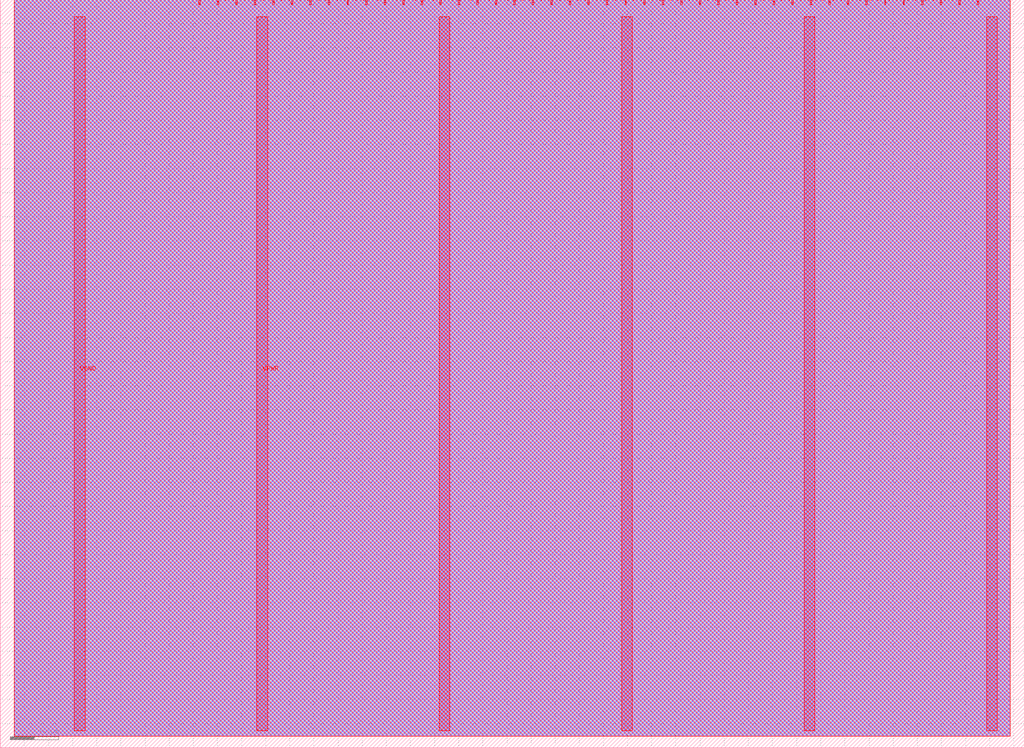
<source format=lef>
VERSION 5.8 ;
BUSBITCHARS "[]" ;
DIVIDERCHAR "/" ;
UNITS
    DATABASE MICRONS 1000 ;
END UNITS

VIA tt_um_calonso88_74181_via1_2_2200_440_1_5_410_410
  VIARULE via1Array ;
  CUTSIZE 0.19 0.19 ;
  LAYERS Metal1 Via1 Metal2 ;
  CUTSPACING 0.22 0.22 ;
  ENCLOSURE 0.01 0.125 0.05 0.005 ;
  ROWCOL 1 5 ;
END tt_um_calonso88_74181_via1_2_2200_440_1_5_410_410

VIA tt_um_calonso88_74181_via2_3_2200_440_1_5_410_410
  VIARULE via2Array ;
  CUTSIZE 0.19 0.19 ;
  LAYERS Metal2 Via2 Metal3 ;
  CUTSPACING 0.22 0.22 ;
  ENCLOSURE 0.05 0.005 0.005 0.05 ;
  ROWCOL 1 5 ;
END tt_um_calonso88_74181_via2_3_2200_440_1_5_410_410

VIA tt_um_calonso88_74181_via3_4_2200_440_1_5_410_410
  VIARULE via3Array ;
  CUTSIZE 0.19 0.19 ;
  LAYERS Metal3 Via3 Metal4 ;
  CUTSPACING 0.22 0.22 ;
  ENCLOSURE 0.005 0.05 0.05 0.005 ;
  ROWCOL 1 5 ;
END tt_um_calonso88_74181_via3_4_2200_440_1_5_410_410

VIA tt_um_calonso88_74181_via4_5_2200_440_1_5_410_410
  VIARULE via4Array ;
  CUTSIZE 0.19 0.19 ;
  LAYERS Metal4 Via4 Metal5 ;
  CUTSPACING 0.22 0.22 ;
  ENCLOSURE 0.05 0.005 0.185 0.05 ;
  ROWCOL 1 5 ;
END tt_um_calonso88_74181_via4_5_2200_440_1_5_410_410

MACRO tt_um_calonso88_74181
  FOREIGN tt_um_calonso88_74181 0 0 ;
  CLASS BLOCK ;
  SIZE 212.16 BY 154.98 ;
  PIN clk
    DIRECTION INPUT ;
    USE SIGNAL ;
    PORT
      LAYER Metal5 ;
        RECT  198.57 153.98 198.87 154.98 ;
    END
  END clk
  PIN ena
    DIRECTION INPUT ;
    USE SIGNAL ;
    PORT
      LAYER Metal5 ;
        RECT  202.41 153.98 202.71 154.98 ;
    END
  END ena
  PIN rst_n
    DIRECTION INPUT ;
    USE SIGNAL ;
    PORT
      LAYER Metal5 ;
        RECT  194.73 153.98 195.03 154.98 ;
    END
  END rst_n
  PIN ui_in[0]
    DIRECTION INPUT ;
    USE SIGNAL ;
    PORT
      LAYER Metal5 ;
        RECT  190.89 153.98 191.19 154.98 ;
    END
  END ui_in[0]
  PIN ui_in[1]
    DIRECTION INPUT ;
    USE SIGNAL ;
    PORT
      LAYER Metal5 ;
        RECT  187.05 153.98 187.35 154.98 ;
    END
  END ui_in[1]
  PIN ui_in[2]
    DIRECTION INPUT ;
    USE SIGNAL ;
    PORT
      LAYER Metal5 ;
        RECT  183.21 153.98 183.51 154.98 ;
    END
  END ui_in[2]
  PIN ui_in[3]
    DIRECTION INPUT ;
    USE SIGNAL ;
    PORT
      LAYER Metal5 ;
        RECT  179.37 153.98 179.67 154.98 ;
    END
  END ui_in[3]
  PIN ui_in[4]
    DIRECTION INPUT ;
    USE SIGNAL ;
    PORT
      LAYER Metal5 ;
        RECT  175.53 153.98 175.83 154.98 ;
    END
  END ui_in[4]
  PIN ui_in[5]
    DIRECTION INPUT ;
    USE SIGNAL ;
    PORT
      LAYER Metal5 ;
        RECT  171.69 153.98 171.99 154.98 ;
    END
  END ui_in[5]
  PIN ui_in[6]
    DIRECTION INPUT ;
    USE SIGNAL ;
    PORT
      LAYER Metal5 ;
        RECT  167.85 153.98 168.15 154.98 ;
    END
  END ui_in[6]
  PIN ui_in[7]
    DIRECTION INPUT ;
    USE SIGNAL ;
    PORT
      LAYER Metal5 ;
        RECT  164.01 153.98 164.31 154.98 ;
    END
  END ui_in[7]
  PIN uio_in[0]
    DIRECTION INPUT ;
    USE SIGNAL ;
    PORT
      LAYER Metal5 ;
        RECT  160.17 153.98 160.47 154.98 ;
    END
  END uio_in[0]
  PIN uio_in[1]
    DIRECTION INPUT ;
    USE SIGNAL ;
    PORT
      LAYER Metal5 ;
        RECT  156.33 153.98 156.63 154.98 ;
    END
  END uio_in[1]
  PIN uio_in[2]
    DIRECTION INPUT ;
    USE SIGNAL ;
    PORT
      LAYER Metal5 ;
        RECT  152.49 153.98 152.79 154.98 ;
    END
  END uio_in[2]
  PIN uio_in[3]
    DIRECTION INPUT ;
    USE SIGNAL ;
    PORT
      LAYER Metal5 ;
        RECT  148.65 153.98 148.95 154.98 ;
    END
  END uio_in[3]
  PIN uio_in[4]
    DIRECTION INPUT ;
    USE SIGNAL ;
    PORT
      LAYER Metal5 ;
        RECT  144.81 153.98 145.11 154.98 ;
    END
  END uio_in[4]
  PIN uio_in[5]
    DIRECTION INPUT ;
    USE SIGNAL ;
    PORT
      LAYER Metal5 ;
        RECT  140.97 153.98 141.27 154.98 ;
    END
  END uio_in[5]
  PIN uio_in[6]
    DIRECTION INPUT ;
    USE SIGNAL ;
    PORT
      LAYER Metal5 ;
        RECT  137.13 153.98 137.43 154.98 ;
    END
  END uio_in[6]
  PIN uio_in[7]
    DIRECTION INPUT ;
    USE SIGNAL ;
    PORT
      LAYER Metal5 ;
        RECT  133.29 153.98 133.59 154.98 ;
    END
  END uio_in[7]
  PIN uio_oe[0]
    DIRECTION OUTPUT ;
    USE SIGNAL ;
    PORT
      LAYER Metal5 ;
        RECT  68.01 153.98 68.31 154.98 ;
    END
  END uio_oe[0]
  PIN uio_oe[1]
    DIRECTION OUTPUT ;
    USE SIGNAL ;
    PORT
      LAYER Metal5 ;
        RECT  64.17 153.98 64.47 154.98 ;
    END
  END uio_oe[1]
  PIN uio_oe[2]
    DIRECTION OUTPUT ;
    USE SIGNAL ;
    PORT
      LAYER Metal5 ;
        RECT  60.33 153.98 60.63 154.98 ;
    END
  END uio_oe[2]
  PIN uio_oe[3]
    DIRECTION OUTPUT ;
    USE SIGNAL ;
    PORT
      LAYER Metal5 ;
        RECT  56.49 153.98 56.79 154.98 ;
    END
  END uio_oe[3]
  PIN uio_oe[4]
    DIRECTION OUTPUT ;
    USE SIGNAL ;
    PORT
      LAYER Metal5 ;
        RECT  52.65 153.98 52.95 154.98 ;
    END
  END uio_oe[4]
  PIN uio_oe[5]
    DIRECTION OUTPUT ;
    USE SIGNAL ;
    PORT
      LAYER Metal5 ;
        RECT  48.81 153.98 49.11 154.98 ;
    END
  END uio_oe[5]
  PIN uio_oe[6]
    DIRECTION OUTPUT ;
    USE SIGNAL ;
    PORT
      LAYER Metal5 ;
        RECT  44.97 153.98 45.27 154.98 ;
    END
  END uio_oe[6]
  PIN uio_oe[7]
    DIRECTION OUTPUT ;
    USE SIGNAL ;
    PORT
      LAYER Metal5 ;
        RECT  41.13 153.98 41.43 154.98 ;
    END
  END uio_oe[7]
  PIN uio_out[0]
    DIRECTION OUTPUT ;
    USE SIGNAL ;
    PORT
      LAYER Metal5 ;
        RECT  98.73 153.98 99.03 154.98 ;
    END
  END uio_out[0]
  PIN uio_out[1]
    DIRECTION OUTPUT ;
    USE SIGNAL ;
    PORT
      LAYER Metal5 ;
        RECT  94.89 153.98 95.19 154.98 ;
    END
  END uio_out[1]
  PIN uio_out[2]
    DIRECTION OUTPUT ;
    USE SIGNAL ;
    PORT
      LAYER Metal5 ;
        RECT  91.05 153.98 91.35 154.98 ;
    END
  END uio_out[2]
  PIN uio_out[3]
    DIRECTION OUTPUT ;
    USE SIGNAL ;
    PORT
      LAYER Metal5 ;
        RECT  87.21 153.98 87.51 154.98 ;
    END
  END uio_out[3]
  PIN uio_out[4]
    DIRECTION OUTPUT ;
    USE SIGNAL ;
    PORT
      LAYER Metal5 ;
        RECT  83.37 153.98 83.67 154.98 ;
    END
  END uio_out[4]
  PIN uio_out[5]
    DIRECTION OUTPUT ;
    USE SIGNAL ;
    PORT
      LAYER Metal5 ;
        RECT  79.53 153.98 79.83 154.98 ;
    END
  END uio_out[5]
  PIN uio_out[6]
    DIRECTION OUTPUT ;
    USE SIGNAL ;
    PORT
      LAYER Metal5 ;
        RECT  75.69 153.98 75.99 154.98 ;
    END
  END uio_out[6]
  PIN uio_out[7]
    DIRECTION OUTPUT ;
    USE SIGNAL ;
    PORT
      LAYER Metal5 ;
        RECT  71.85 153.98 72.15 154.98 ;
    END
  END uio_out[7]
  PIN uo_out[0]
    DIRECTION OUTPUT ;
    USE SIGNAL ;
    PORT
      LAYER Metal5 ;
        RECT  129.45 153.98 129.75 154.98 ;
    END
  END uo_out[0]
  PIN uo_out[1]
    DIRECTION OUTPUT ;
    USE SIGNAL ;
    PORT
      LAYER Metal5 ;
        RECT  125.61 153.98 125.91 154.98 ;
    END
  END uo_out[1]
  PIN uo_out[2]
    DIRECTION OUTPUT ;
    USE SIGNAL ;
    PORT
      LAYER Metal5 ;
        RECT  121.77 153.98 122.07 154.98 ;
    END
  END uo_out[2]
  PIN uo_out[3]
    DIRECTION OUTPUT ;
    USE SIGNAL ;
    PORT
      LAYER Metal5 ;
        RECT  117.93 153.98 118.23 154.98 ;
    END
  END uo_out[3]
  PIN uo_out[4]
    DIRECTION OUTPUT ;
    USE SIGNAL ;
    PORT
      LAYER Metal5 ;
        RECT  114.09 153.98 114.39 154.98 ;
    END
  END uo_out[4]
  PIN uo_out[5]
    DIRECTION OUTPUT ;
    USE SIGNAL ;
    PORT
      LAYER Metal5 ;
        RECT  110.25 153.98 110.55 154.98 ;
    END
  END uo_out[5]
  PIN uo_out[6]
    DIRECTION OUTPUT ;
    USE SIGNAL ;
    PORT
      LAYER Metal5 ;
        RECT  106.41 153.98 106.71 154.98 ;
    END
  END uo_out[6]
  PIN uo_out[7]
    DIRECTION OUTPUT ;
    USE SIGNAL ;
    PORT
      LAYER Metal5 ;
        RECT  102.57 153.98 102.87 154.98 ;
    END
  END uo_out[7]
  PIN VGND
    DIRECTION INOUT ;
    USE GROUND ;
    PORT
      LAYER Metal5 ;
        RECT  166.58 3.56 168.78 151.42 ;
        RECT  90.98 3.56 93.18 151.42 ;
        RECT  15.38 3.56 17.58 151.42 ;
    END
  END VGND
  PIN VPWR
    DIRECTION INOUT ;
    USE POWER ;
    PORT
      LAYER Metal5 ;
        RECT  204.38 3.56 206.58 151.42 ;
        RECT  128.78 3.56 130.98 151.42 ;
        RECT  53.18 3.56 55.38 151.42 ;
    END
  END VPWR
  OBS
    LAYER Metal1 ;
     RECT  2.88 2.375 209.28 154.98 ;
    LAYER Metal2 ;
     RECT  2.88 2.375 209.28 154.98 ;
    LAYER Metal3 ;
     RECT  2.88 2.375 209.28 154.98 ;
    LAYER Metal4 ;
     RECT  2.88 2.375 209.28 154.98 ;
    LAYER Metal5 ;
     RECT  2.88 2.375 209.28 154.98 ;
  END
END tt_um_calonso88_74181
END LIBRARY

</source>
